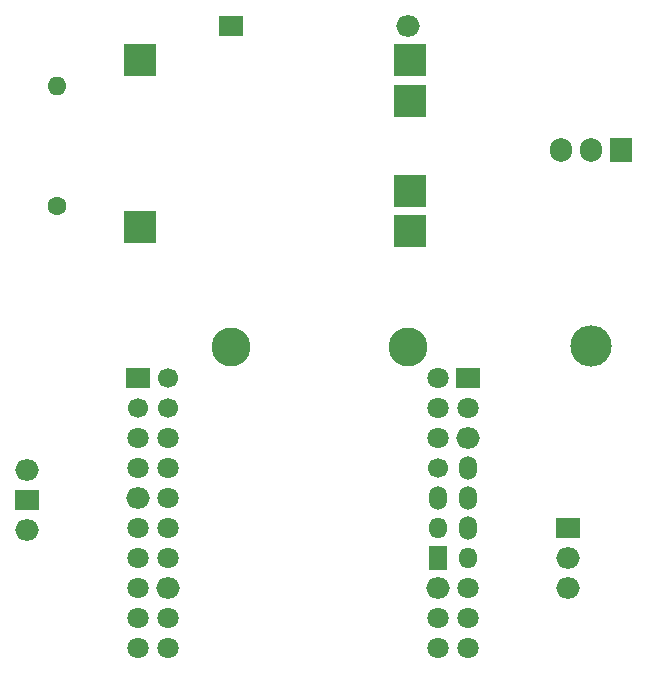
<source format=gbr>
%TF.GenerationSoftware,KiCad,Pcbnew,(5.1.12)-1*%
%TF.CreationDate,2022-05-17T10:57:46-05:00*%
%TF.ProjectId,BMX,424d582e-6b69-4636-9164-5f7063625858,rev?*%
%TF.SameCoordinates,Original*%
%TF.FileFunction,Soldermask,Top*%
%TF.FilePolarity,Negative*%
%FSLAX46Y46*%
G04 Gerber Fmt 4.6, Leading zero omitted, Abs format (unit mm)*
G04 Created by KiCad (PCBNEW (5.1.12)-1) date 2022-05-17 10:57:46*
%MOMM*%
%LPD*%
G01*
G04 APERTURE LIST*
%ADD10O,1.600000X1.600000*%
%ADD11C,1.600000*%
%ADD12O,1.905000X2.000000*%
%ADD13R,1.905000X2.000000*%
%ADD14O,3.500000X3.500000*%
%ADD15C,1.800000*%
%ADD16O,2.000000X1.800000*%
%ADD17O,1.500000X1.800000*%
%ADD18R,1.500000X2.000000*%
%ADD19O,1.500000X2.000000*%
%ADD20C,1.700000*%
%ADD21R,2.000000X1.800000*%
%ADD22C,3.300000*%
%ADD23R,2.800000X2.800000*%
G04 APERTURE END LIST*
D10*
%TO.C,R1*%
X5364480Y-40911780D03*
D11*
X5364480Y-51071780D03*
%TD*%
D12*
%TO.C,Q1*%
X48018700Y-46258480D03*
X50558700Y-46258480D03*
D13*
X53098700Y-46258480D03*
D14*
X50558700Y-62918480D03*
%TD*%
D15*
%TO.C,U1*%
X40129460Y-88480900D03*
X37589460Y-88480900D03*
X40129460Y-85940900D03*
X37589460Y-85940900D03*
X40129460Y-83400900D03*
D16*
X37589460Y-83400900D03*
D17*
X40129460Y-80860900D03*
D18*
X37589460Y-80860900D03*
D19*
X40129460Y-78320900D03*
D17*
X37589460Y-78320900D03*
D19*
X40129460Y-75780900D03*
X37589460Y-75780900D03*
X40129460Y-73240900D03*
D20*
X37589460Y-73240900D03*
D16*
X40129460Y-70700900D03*
D15*
X37589460Y-70700900D03*
X40129460Y-68160900D03*
X37589460Y-68160900D03*
D21*
X40129460Y-65620900D03*
D15*
X37589460Y-65620900D03*
X14729460Y-88480900D03*
X12189460Y-88480900D03*
X14729460Y-85940900D03*
X12189460Y-85940900D03*
D16*
X14729460Y-83400900D03*
D15*
X12189460Y-83400900D03*
X14729460Y-80860900D03*
X12189460Y-80860900D03*
X14729460Y-78320900D03*
X12189460Y-78320900D03*
X14729460Y-75780900D03*
D16*
X12189460Y-75780900D03*
D15*
X14729460Y-73240900D03*
X12189460Y-73240900D03*
X14729460Y-70700900D03*
X12189460Y-70700900D03*
D20*
X14729460Y-68160900D03*
X12189460Y-68160900D03*
D21*
X12189460Y-65620900D03*
D20*
X14729460Y-65620900D03*
%TD*%
D22*
%TO.C,Bateria3v1*%
X20066000Y-62979000D03*
X35056000Y-62979000D03*
D16*
X35056000Y-35814000D03*
D21*
X20066000Y-35814000D03*
%TD*%
D23*
%TO.C,CargadoUSB1*%
X12334980Y-38651920D03*
X12334980Y-52851920D03*
X35234980Y-38651920D03*
X35234980Y-53151920D03*
X35234980Y-42151920D03*
X35234980Y-49751920D03*
%TD*%
D16*
%TO.C,RPM1*%
X48643540Y-83413600D03*
X48643540Y-80873600D03*
D21*
X48643540Y-78333600D03*
%TD*%
D16*
%TO.C,NEOpixel1*%
X2821940Y-73355200D03*
D21*
X2821940Y-75895200D03*
D16*
X2821940Y-78435200D03*
%TD*%
M02*

</source>
